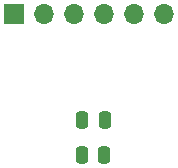
<source format=gbr>
%TF.GenerationSoftware,KiCad,Pcbnew,8.0.8*%
%TF.CreationDate,2025-02-07T12:49:18+01:00*%
%TF.ProjectId,PGE_GPS_PCB,5047455f-4750-4535-9f50-43422e6b6963,rev?*%
%TF.SameCoordinates,Original*%
%TF.FileFunction,Soldermask,Bot*%
%TF.FilePolarity,Negative*%
%FSLAX46Y46*%
G04 Gerber Fmt 4.6, Leading zero omitted, Abs format (unit mm)*
G04 Created by KiCad (PCBNEW 8.0.8) date 2025-02-07 12:49:18*
%MOMM*%
%LPD*%
G01*
G04 APERTURE LIST*
G04 Aperture macros list*
%AMRoundRect*
0 Rectangle with rounded corners*
0 $1 Rounding radius*
0 $2 $3 $4 $5 $6 $7 $8 $9 X,Y pos of 4 corners*
0 Add a 4 corners polygon primitive as box body*
4,1,4,$2,$3,$4,$5,$6,$7,$8,$9,$2,$3,0*
0 Add four circle primitives for the rounded corners*
1,1,$1+$1,$2,$3*
1,1,$1+$1,$4,$5*
1,1,$1+$1,$6,$7*
1,1,$1+$1,$8,$9*
0 Add four rect primitives between the rounded corners*
20,1,$1+$1,$2,$3,$4,$5,0*
20,1,$1+$1,$4,$5,$6,$7,0*
20,1,$1+$1,$6,$7,$8,$9,0*
20,1,$1+$1,$8,$9,$2,$3,0*%
G04 Aperture macros list end*
%ADD10R,1.700000X1.700000*%
%ADD11O,1.700000X1.700000*%
%ADD12RoundRect,0.250000X0.250000X0.475000X-0.250000X0.475000X-0.250000X-0.475000X0.250000X-0.475000X0*%
G04 APERTURE END LIST*
D10*
%TO.C,J3*%
X142380000Y-69000000D03*
D11*
X144920000Y-69000000D03*
X147460000Y-69000000D03*
X150000000Y-69000000D03*
X152540000Y-69000000D03*
X155080000Y-69000000D03*
%TD*%
D12*
%TO.C,C7*%
X150000000Y-81000000D03*
X148100000Y-81000000D03*
%TD*%
%TO.C,C4*%
X150050000Y-78000000D03*
X148150000Y-78000000D03*
%TD*%
M02*

</source>
